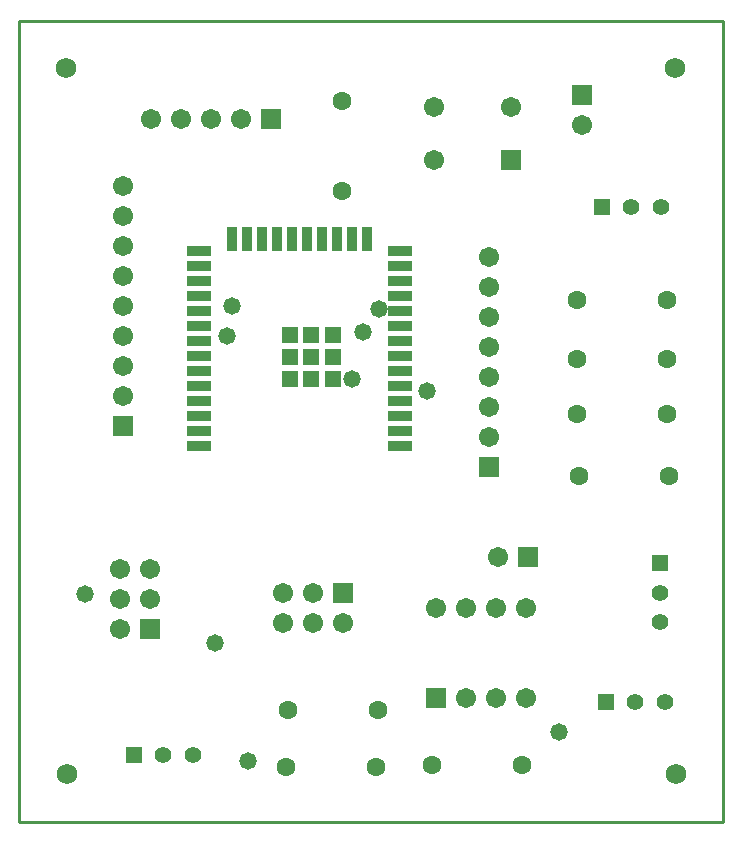
<source format=gts>
G04*
G04 #@! TF.GenerationSoftware,Altium Limited,Altium Designer,22.10.1 (41)*
G04*
G04 Layer_Color=8388736*
%FSLAX25Y25*%
%MOIN*%
G70*
G04*
G04 #@! TF.SameCoordinates,1A4408B6-C678-4EC5-8732-532A1CECFF35*
G04*
G04*
G04 #@! TF.FilePolarity,Negative*
G04*
G01*
G75*
%ADD14C,0.01000*%
%ADD15R,0.05236X0.05236*%
%ADD16R,0.03543X0.07874*%
%ADD17R,0.07874X0.03543*%
%ADD18C,0.06800*%
%ADD19R,0.06706X0.06706*%
%ADD20C,0.06706*%
%ADD21R,0.06706X0.06706*%
%ADD22C,0.06312*%
%ADD23R,0.05512X0.05512*%
%ADD24C,0.05512*%
%ADD25R,0.05512X0.05512*%
%ADD26C,0.05800*%
D14*
X248500Y442000D02*
X483000D01*
Y175000D02*
Y442000D01*
X248500Y175000D02*
X483000D01*
X248500D02*
Y442000D01*
D15*
X338713Y337315D02*
D03*
X345937D02*
D03*
X353161D02*
D03*
X338713Y330091D02*
D03*
X345937D02*
D03*
X353161D02*
D03*
X338713Y322866D02*
D03*
X345937D02*
D03*
X353161D02*
D03*
D16*
X319500Y369500D02*
D03*
X324500D02*
D03*
X329500D02*
D03*
X334500D02*
D03*
X339500D02*
D03*
X344500D02*
D03*
X349500D02*
D03*
X354500D02*
D03*
X359500D02*
D03*
X364500D02*
D03*
D17*
X308535Y300563D02*
D03*
Y305563D02*
D03*
Y310563D02*
D03*
Y315563D02*
D03*
Y320563D02*
D03*
Y325563D02*
D03*
Y330563D02*
D03*
Y335563D02*
D03*
Y340563D02*
D03*
Y345563D02*
D03*
Y350563D02*
D03*
Y355563D02*
D03*
Y360563D02*
D03*
Y365563D02*
D03*
X375465D02*
D03*
Y360563D02*
D03*
Y355563D02*
D03*
Y350563D02*
D03*
Y345563D02*
D03*
Y340563D02*
D03*
Y335563D02*
D03*
Y330563D02*
D03*
Y325563D02*
D03*
Y320563D02*
D03*
Y315563D02*
D03*
Y310563D02*
D03*
Y305563D02*
D03*
Y300563D02*
D03*
D18*
X467500Y191000D02*
D03*
X264000Y426500D02*
D03*
X264500Y191000D02*
D03*
X467000Y426500D02*
D03*
D19*
X356500Y251500D02*
D03*
X412295Y395642D02*
D03*
X332500Y409500D02*
D03*
X418000Y263500D02*
D03*
D20*
X356500Y241500D02*
D03*
X346500Y251500D02*
D03*
Y241500D02*
D03*
X336500Y251500D02*
D03*
Y241500D02*
D03*
X412295Y413358D02*
D03*
X386705D02*
D03*
Y395642D02*
D03*
X282000Y239500D02*
D03*
X292000Y249500D02*
D03*
X282000D02*
D03*
X292000Y259500D02*
D03*
X282000D02*
D03*
X405000Y303500D02*
D03*
Y313500D02*
D03*
Y323500D02*
D03*
Y333500D02*
D03*
Y343500D02*
D03*
Y353500D02*
D03*
Y363500D02*
D03*
X283000Y327000D02*
D03*
Y337000D02*
D03*
Y347000D02*
D03*
Y357000D02*
D03*
Y367000D02*
D03*
Y377000D02*
D03*
Y387000D02*
D03*
Y317000D02*
D03*
X436000Y407500D02*
D03*
X292500Y409500D02*
D03*
X302500D02*
D03*
X312500D02*
D03*
X322500D02*
D03*
X408000Y263500D02*
D03*
X397500Y216500D02*
D03*
X407500D02*
D03*
X417500D02*
D03*
X387500Y246500D02*
D03*
X397500D02*
D03*
X407500D02*
D03*
X417500D02*
D03*
D21*
X292000Y239500D02*
D03*
X405000Y293500D02*
D03*
X283000Y307000D02*
D03*
X436000Y417500D02*
D03*
X387500Y216500D02*
D03*
D22*
X337500Y193500D02*
D03*
X367500D02*
D03*
X416000Y194000D02*
D03*
X386000D02*
D03*
X465000Y290500D02*
D03*
X435000D02*
D03*
X464500Y349000D02*
D03*
X434500D02*
D03*
X464500Y329500D02*
D03*
X434500D02*
D03*
X464500Y311000D02*
D03*
X434500D02*
D03*
X356000Y415500D02*
D03*
Y385500D02*
D03*
X368000Y212500D02*
D03*
X338000D02*
D03*
D23*
X462000Y261343D02*
D03*
D24*
Y251500D02*
D03*
Y241657D02*
D03*
X453843Y215000D02*
D03*
X463685D02*
D03*
X452500Y380000D02*
D03*
X462343D02*
D03*
X296500Y197500D02*
D03*
X306343D02*
D03*
D25*
X444000Y215000D02*
D03*
X442657Y380000D02*
D03*
X286657Y197500D02*
D03*
D26*
X368600Y346000D02*
D03*
X359500Y322700D02*
D03*
X270500Y251000D02*
D03*
X313700Y234700D02*
D03*
X324900Y195500D02*
D03*
X428300Y205200D02*
D03*
X384600Y318900D02*
D03*
X319500Y347000D02*
D03*
X363100Y338500D02*
D03*
X317800Y337000D02*
D03*
M02*

</source>
